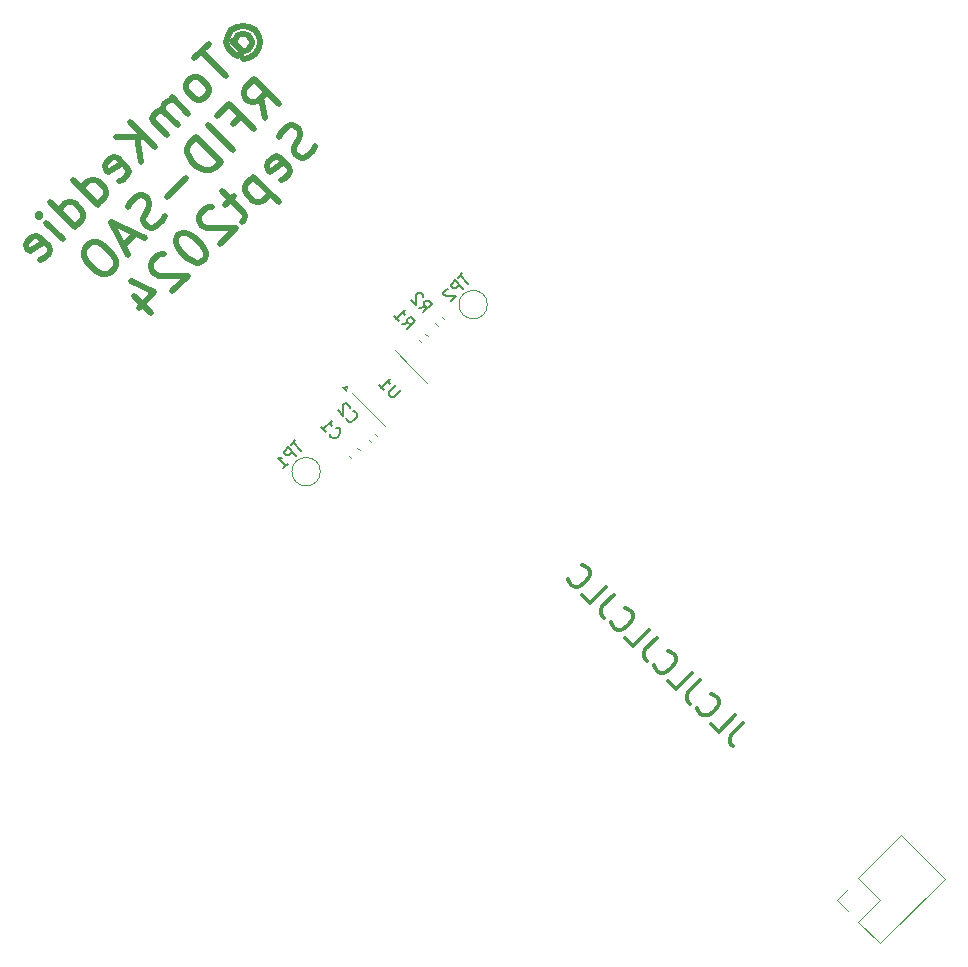
<source format=gbo>
G04 #@! TF.GenerationSoftware,KiCad,Pcbnew,8.0.4-1.fc40*
G04 #@! TF.CreationDate,2024-09-11T15:57:50-07:00*
G04 #@! TF.ProjectId,2024-rfid-sao,32303234-2d72-4666-9964-2d73616f2e6b,rev?*
G04 #@! TF.SameCoordinates,Original*
G04 #@! TF.FileFunction,Legend,Bot*
G04 #@! TF.FilePolarity,Positive*
%FSLAX46Y46*%
G04 Gerber Fmt 4.6, Leading zero omitted, Abs format (unit mm)*
G04 Created by KiCad (PCBNEW 8.0.4-1.fc40) date 2024-09-11 15:57:50*
%MOMM*%
%LPD*%
G01*
G04 APERTURE LIST*
%ADD10C,0.500000*%
%ADD11C,0.300000*%
%ADD12C,0.150000*%
%ADD13C,0.120000*%
G04 APERTURE END LIST*
D10*
X78228604Y-99417177D02*
X78228604Y-99215147D01*
X78228604Y-99215147D02*
X78329619Y-98912101D01*
X78329619Y-98912101D02*
X78531649Y-98710070D01*
X78531649Y-98710070D02*
X78834695Y-98609055D01*
X78834695Y-98609055D02*
X79036726Y-98609055D01*
X79036726Y-98609055D02*
X79339771Y-98710070D01*
X79339771Y-98710070D02*
X79541802Y-98912101D01*
X79541802Y-98912101D02*
X79642817Y-99215147D01*
X79642817Y-99215147D02*
X79642817Y-99417177D01*
X79642817Y-99417177D02*
X79541802Y-99720223D01*
X79541802Y-99720223D02*
X79339771Y-99922254D01*
X79339771Y-99922254D02*
X79036726Y-100023269D01*
X79036726Y-100023269D02*
X78834695Y-100023269D01*
X78026573Y-99215147D02*
X78834695Y-100023269D01*
X78834695Y-100023269D02*
X78834695Y-100225299D01*
X78834695Y-100225299D02*
X78733680Y-100326315D01*
X78733680Y-100326315D02*
X78430634Y-100427330D01*
X78430634Y-100427330D02*
X78127588Y-100326315D01*
X78127588Y-100326315D02*
X77622512Y-99821238D01*
X77622512Y-99821238D02*
X77521497Y-99316162D01*
X77521497Y-99316162D02*
X77622512Y-98811086D01*
X77622512Y-98811086D02*
X77925558Y-98306009D01*
X77925558Y-98306009D02*
X78430634Y-98002964D01*
X78430634Y-98002964D02*
X78935710Y-97901948D01*
X78935710Y-97901948D02*
X79440787Y-98002964D01*
X79440787Y-98002964D02*
X79945863Y-98306009D01*
X79945863Y-98306009D02*
X80248909Y-98811086D01*
X80248909Y-98811086D02*
X80349924Y-99316162D01*
X80349924Y-99316162D02*
X80248909Y-99821238D01*
X80248909Y-99821238D02*
X79945863Y-100326315D01*
X79945863Y-100326315D02*
X79440787Y-100629360D01*
X79440787Y-100629360D02*
X78935710Y-100730376D01*
X76006268Y-99417177D02*
X74794085Y-100629360D01*
X77521497Y-102144589D02*
X75400176Y-100023269D01*
X75905253Y-103760833D02*
X76006268Y-103457787D01*
X76006268Y-103457787D02*
X76006268Y-103255757D01*
X76006268Y-103255757D02*
X75905253Y-102952711D01*
X75905253Y-102952711D02*
X75299161Y-102346620D01*
X75299161Y-102346620D02*
X74996115Y-102245604D01*
X74996115Y-102245604D02*
X74794085Y-102245604D01*
X74794085Y-102245604D02*
X74491039Y-102346620D01*
X74491039Y-102346620D02*
X74187993Y-102649665D01*
X74187993Y-102649665D02*
X74086978Y-102952711D01*
X74086978Y-102952711D02*
X74086978Y-103154742D01*
X74086978Y-103154742D02*
X74187993Y-103457787D01*
X74187993Y-103457787D02*
X74794085Y-104063879D01*
X74794085Y-104063879D02*
X75097131Y-104164894D01*
X75097131Y-104164894D02*
X75299161Y-104164894D01*
X75299161Y-104164894D02*
X75602207Y-104063879D01*
X75602207Y-104063879D02*
X75905253Y-103760833D01*
X74289008Y-105377077D02*
X72874795Y-103962864D01*
X73076825Y-104164894D02*
X72874795Y-104164894D01*
X72874795Y-104164894D02*
X72571749Y-104265910D01*
X72571749Y-104265910D02*
X72268703Y-104568955D01*
X72268703Y-104568955D02*
X72167688Y-104872001D01*
X72167688Y-104872001D02*
X72268703Y-105175047D01*
X72268703Y-105175047D02*
X73379871Y-106286215D01*
X72268703Y-105175047D02*
X71965658Y-105074032D01*
X71965658Y-105074032D02*
X71662612Y-105175047D01*
X71662612Y-105175047D02*
X71359566Y-105478093D01*
X71359566Y-105478093D02*
X71258551Y-105781138D01*
X71258551Y-105781138D02*
X71359566Y-106084184D01*
X71359566Y-106084184D02*
X72470734Y-107195352D01*
X71460581Y-108205504D02*
X69339261Y-106084184D01*
X70248398Y-109417688D02*
X69945353Y-107296367D01*
X68127078Y-107296367D02*
X70551444Y-107296367D01*
X68430124Y-111033932D02*
X68733169Y-110932916D01*
X68733169Y-110932916D02*
X69137231Y-110528855D01*
X69137231Y-110528855D02*
X69238246Y-110225810D01*
X69238246Y-110225810D02*
X69137231Y-109922764D01*
X69137231Y-109922764D02*
X68329108Y-109114642D01*
X68329108Y-109114642D02*
X68026063Y-109013627D01*
X68026063Y-109013627D02*
X67723017Y-109114642D01*
X67723017Y-109114642D02*
X67318956Y-109518703D01*
X67318956Y-109518703D02*
X67217941Y-109821749D01*
X67217941Y-109821749D02*
X67318956Y-110124794D01*
X67318956Y-110124794D02*
X67520986Y-110326825D01*
X67520986Y-110326825D02*
X68733169Y-109518703D01*
X66611849Y-113054237D02*
X64490528Y-110932917D01*
X66510834Y-112953222D02*
X66813879Y-112852206D01*
X66813879Y-112852206D02*
X67217940Y-112448145D01*
X67217940Y-112448145D02*
X67318956Y-112145100D01*
X67318956Y-112145100D02*
X67318956Y-111943069D01*
X67318956Y-111943069D02*
X67217940Y-111640023D01*
X67217940Y-111640023D02*
X66611849Y-111033932D01*
X66611849Y-111033932D02*
X66308803Y-110932917D01*
X66308803Y-110932917D02*
X66106773Y-110932917D01*
X66106773Y-110932917D02*
X65803727Y-111033932D01*
X65803727Y-111033932D02*
X65399666Y-111437993D01*
X65399666Y-111437993D02*
X65298651Y-111741039D01*
X64692559Y-114973527D02*
X62571238Y-112852207D01*
X64591544Y-114872512D02*
X64894589Y-114771497D01*
X64894589Y-114771497D02*
X65298650Y-114367436D01*
X65298650Y-114367436D02*
X65399666Y-114064390D01*
X65399666Y-114064390D02*
X65399666Y-113862359D01*
X65399666Y-113862359D02*
X65298650Y-113559313D01*
X65298650Y-113559313D02*
X64692559Y-112953222D01*
X64692559Y-112953222D02*
X64389513Y-112852207D01*
X64389513Y-112852207D02*
X64187483Y-112852207D01*
X64187483Y-112852207D02*
X63884437Y-112953222D01*
X63884437Y-112953222D02*
X63480376Y-113357283D01*
X63480376Y-113357283D02*
X63379360Y-113660329D01*
X63682406Y-115983680D02*
X62268192Y-114569466D01*
X61561086Y-113862359D02*
X61763116Y-113862359D01*
X61763116Y-113862359D02*
X61763116Y-114064390D01*
X61763116Y-114064390D02*
X61561086Y-114064390D01*
X61561086Y-114064390D02*
X61561086Y-113862359D01*
X61561086Y-113862359D02*
X61763116Y-114064390D01*
X61763117Y-117700939D02*
X62066162Y-117599924D01*
X62066162Y-117599924D02*
X62470223Y-117195863D01*
X62470223Y-117195863D02*
X62571239Y-116892817D01*
X62571239Y-116892817D02*
X62470223Y-116589771D01*
X62470223Y-116589771D02*
X61662101Y-115781649D01*
X61662101Y-115781649D02*
X61359056Y-115680634D01*
X61359056Y-115680634D02*
X61056010Y-115781649D01*
X61056010Y-115781649D02*
X60651949Y-116185710D01*
X60651949Y-116185710D02*
X60550933Y-116488756D01*
X60550933Y-116488756D02*
X60651949Y-116791802D01*
X60651949Y-116791802D02*
X60853979Y-116993832D01*
X60853979Y-116993832D02*
X62066162Y-116185710D01*
X80785180Y-105711319D02*
X80482135Y-103994060D01*
X81997363Y-104499136D02*
X79876043Y-102377816D01*
X79876043Y-102377816D02*
X79067921Y-103185938D01*
X79067921Y-103185938D02*
X78966906Y-103488984D01*
X78966906Y-103488984D02*
X78966906Y-103691014D01*
X78966906Y-103691014D02*
X79067921Y-103994060D01*
X79067921Y-103994060D02*
X79370967Y-104297106D01*
X79370967Y-104297106D02*
X79674013Y-104398121D01*
X79674013Y-104398121D02*
X79876043Y-104398121D01*
X79876043Y-104398121D02*
X80179089Y-104297106D01*
X80179089Y-104297106D02*
X80987211Y-103488984D01*
X78057768Y-106216396D02*
X78764875Y-105509289D01*
X79876043Y-106620457D02*
X77754723Y-104499136D01*
X77754723Y-104499136D02*
X76744570Y-105509289D01*
X78057768Y-108438732D02*
X75936448Y-106317411D01*
X77047616Y-109448884D02*
X74926296Y-107327564D01*
X74926296Y-107327564D02*
X74421219Y-107832640D01*
X74421219Y-107832640D02*
X74219189Y-108236701D01*
X74219189Y-108236701D02*
X74219189Y-108640762D01*
X74219189Y-108640762D02*
X74320204Y-108943808D01*
X74320204Y-108943808D02*
X74623250Y-109448884D01*
X74623250Y-109448884D02*
X74926296Y-109751930D01*
X74926296Y-109751930D02*
X75431372Y-110054975D01*
X75431372Y-110054975D02*
X75734418Y-110155991D01*
X75734418Y-110155991D02*
X76138479Y-110155991D01*
X76138479Y-110155991D02*
X76542540Y-109953960D01*
X76542540Y-109953960D02*
X77047616Y-109448884D01*
X74118174Y-110762082D02*
X72501929Y-112378326D01*
X72299899Y-113994571D02*
X72097868Y-114398632D01*
X72097868Y-114398632D02*
X71592792Y-114903708D01*
X71592792Y-114903708D02*
X71289746Y-115004723D01*
X71289746Y-115004723D02*
X71087716Y-115004723D01*
X71087716Y-115004723D02*
X70784670Y-114903708D01*
X70784670Y-114903708D02*
X70582639Y-114701677D01*
X70582639Y-114701677D02*
X70481624Y-114398632D01*
X70481624Y-114398632D02*
X70481624Y-114196601D01*
X70481624Y-114196601D02*
X70582639Y-113893555D01*
X70582639Y-113893555D02*
X70885685Y-113388479D01*
X70885685Y-113388479D02*
X70986700Y-113085433D01*
X70986700Y-113085433D02*
X70986700Y-112883403D01*
X70986700Y-112883403D02*
X70885685Y-112580357D01*
X70885685Y-112580357D02*
X70683655Y-112378326D01*
X70683655Y-112378326D02*
X70380609Y-112277311D01*
X70380609Y-112277311D02*
X70178578Y-112277311D01*
X70178578Y-112277311D02*
X69875533Y-112378326D01*
X69875533Y-112378326D02*
X69370456Y-112883403D01*
X69370456Y-112883403D02*
X69168426Y-113287464D01*
X69774517Y-115509799D02*
X68764365Y-116519952D01*
X70582639Y-115913861D02*
X67754212Y-114499647D01*
X67754212Y-114499647D02*
X69168426Y-117328074D01*
X65935937Y-116317922D02*
X65531876Y-116721983D01*
X65531876Y-116721983D02*
X65430861Y-117025029D01*
X65430861Y-117025029D02*
X65430861Y-117429090D01*
X65430861Y-117429090D02*
X65733907Y-117934166D01*
X65733907Y-117934166D02*
X66441014Y-118641273D01*
X66441014Y-118641273D02*
X66946090Y-118944318D01*
X66946090Y-118944318D02*
X67350151Y-118944318D01*
X67350151Y-118944318D02*
X67653197Y-118843303D01*
X67653197Y-118843303D02*
X68057258Y-118439242D01*
X68057258Y-118439242D02*
X68158273Y-118136196D01*
X68158273Y-118136196D02*
X68158273Y-117732135D01*
X68158273Y-117732135D02*
X67855227Y-117227059D01*
X67855227Y-117227059D02*
X67148120Y-116519952D01*
X67148120Y-116519952D02*
X66643044Y-116216907D01*
X66643044Y-116216907D02*
X66238983Y-116216907D01*
X66238983Y-116216907D02*
X65935937Y-116317922D01*
X85059018Y-108065866D02*
X84856987Y-108469927D01*
X84856987Y-108469927D02*
X84351911Y-108975003D01*
X84351911Y-108975003D02*
X84048865Y-109076018D01*
X84048865Y-109076018D02*
X83846835Y-109076018D01*
X83846835Y-109076018D02*
X83543789Y-108975003D01*
X83543789Y-108975003D02*
X83341758Y-108772972D01*
X83341758Y-108772972D02*
X83240743Y-108469927D01*
X83240743Y-108469927D02*
X83240743Y-108267896D01*
X83240743Y-108267896D02*
X83341758Y-107964850D01*
X83341758Y-107964850D02*
X83644804Y-107459774D01*
X83644804Y-107459774D02*
X83745819Y-107156728D01*
X83745819Y-107156728D02*
X83745819Y-106954698D01*
X83745819Y-106954698D02*
X83644804Y-106651652D01*
X83644804Y-106651652D02*
X83442774Y-106449622D01*
X83442774Y-106449622D02*
X83139728Y-106348606D01*
X83139728Y-106348606D02*
X82937697Y-106348606D01*
X82937697Y-106348606D02*
X82634652Y-106449622D01*
X82634652Y-106449622D02*
X82129575Y-106954698D01*
X82129575Y-106954698D02*
X81927545Y-107358759D01*
X82129575Y-110995308D02*
X82432621Y-110894293D01*
X82432621Y-110894293D02*
X82836682Y-110490232D01*
X82836682Y-110490232D02*
X82937697Y-110187186D01*
X82937697Y-110187186D02*
X82836682Y-109884140D01*
X82836682Y-109884140D02*
X82028560Y-109076018D01*
X82028560Y-109076018D02*
X81725514Y-108975003D01*
X81725514Y-108975003D02*
X81422468Y-109076018D01*
X81422468Y-109076018D02*
X81018407Y-109480079D01*
X81018407Y-109480079D02*
X80917392Y-109783125D01*
X80917392Y-109783125D02*
X81018407Y-110086171D01*
X81018407Y-110086171D02*
X81220438Y-110288201D01*
X81220438Y-110288201D02*
X82432621Y-109480079D01*
X79806224Y-110692263D02*
X81927544Y-112813583D01*
X79907239Y-110793278D02*
X79604194Y-110894293D01*
X79604194Y-110894293D02*
X79200133Y-111298354D01*
X79200133Y-111298354D02*
X79099117Y-111601400D01*
X79099117Y-111601400D02*
X79099117Y-111803430D01*
X79099117Y-111803430D02*
X79200133Y-112106476D01*
X79200133Y-112106476D02*
X79806224Y-112712568D01*
X79806224Y-112712568D02*
X80109270Y-112813583D01*
X80109270Y-112813583D02*
X80311300Y-112813583D01*
X80311300Y-112813583D02*
X80614346Y-112712568D01*
X80614346Y-112712568D02*
X81018407Y-112308507D01*
X81018407Y-112308507D02*
X81119422Y-112005461D01*
X78189980Y-112308507D02*
X77381858Y-113116629D01*
X77179827Y-111904446D02*
X78998102Y-113722720D01*
X78998102Y-113722720D02*
X79099117Y-114025766D01*
X79099117Y-114025766D02*
X78998102Y-114328812D01*
X78998102Y-114328812D02*
X78796071Y-114530843D01*
X76270690Y-113217644D02*
X76068659Y-113217644D01*
X76068659Y-113217644D02*
X75765613Y-113318660D01*
X75765613Y-113318660D02*
X75260537Y-113823736D01*
X75260537Y-113823736D02*
X75159522Y-114126782D01*
X75159522Y-114126782D02*
X75159522Y-114328812D01*
X75159522Y-114328812D02*
X75260537Y-114631858D01*
X75260537Y-114631858D02*
X75462568Y-114833888D01*
X75462568Y-114833888D02*
X75866629Y-115035919D01*
X75866629Y-115035919D02*
X78290995Y-115035919D01*
X78290995Y-115035919D02*
X76977797Y-116349117D01*
X73543278Y-115540995D02*
X73341247Y-115743026D01*
X73341247Y-115743026D02*
X73240232Y-116046072D01*
X73240232Y-116046072D02*
X73240232Y-116248102D01*
X73240232Y-116248102D02*
X73341247Y-116551148D01*
X73341247Y-116551148D02*
X73644293Y-117056224D01*
X73644293Y-117056224D02*
X74149369Y-117561300D01*
X74149369Y-117561300D02*
X74654446Y-117864346D01*
X74654446Y-117864346D02*
X74957491Y-117965361D01*
X74957491Y-117965361D02*
X75159522Y-117965361D01*
X75159522Y-117965361D02*
X75462568Y-117864346D01*
X75462568Y-117864346D02*
X75664598Y-117662316D01*
X75664598Y-117662316D02*
X75765613Y-117359270D01*
X75765613Y-117359270D02*
X75765613Y-117157239D01*
X75765613Y-117157239D02*
X75664598Y-116854194D01*
X75664598Y-116854194D02*
X75361552Y-116349117D01*
X75361552Y-116349117D02*
X74856476Y-115844041D01*
X74856476Y-115844041D02*
X74351400Y-115540995D01*
X74351400Y-115540995D02*
X74048354Y-115439980D01*
X74048354Y-115439980D02*
X73846324Y-115439980D01*
X73846324Y-115439980D02*
X73543278Y-115540995D01*
X72230079Y-117258255D02*
X72028049Y-117258255D01*
X72028049Y-117258255D02*
X71725003Y-117359270D01*
X71725003Y-117359270D02*
X71219927Y-117864346D01*
X71219927Y-117864346D02*
X71118912Y-118167392D01*
X71118912Y-118167392D02*
X71118912Y-118369423D01*
X71118912Y-118369423D02*
X71219927Y-118672468D01*
X71219927Y-118672468D02*
X71421957Y-118874499D01*
X71421957Y-118874499D02*
X71826018Y-119076529D01*
X71826018Y-119076529D02*
X74250384Y-119076529D01*
X74250384Y-119076529D02*
X72937186Y-120389728D01*
X69704698Y-120793789D02*
X71118911Y-122208002D01*
X69401652Y-119480590D02*
X71421957Y-120490743D01*
X71421957Y-120490743D02*
X70108759Y-121803941D01*
D11*
X121268682Y-156976677D02*
X120258529Y-157986830D01*
X120258529Y-157986830D02*
X120123842Y-158256204D01*
X120123842Y-158256204D02*
X120123842Y-158525578D01*
X120123842Y-158525578D02*
X120258529Y-158794952D01*
X120258529Y-158794952D02*
X120393216Y-158929639D01*
X118507598Y-157044020D02*
X119181033Y-157717455D01*
X119181033Y-157717455D02*
X120595246Y-156303242D01*
X117362758Y-155629807D02*
X117362758Y-155764494D01*
X117362758Y-155764494D02*
X117497445Y-156033868D01*
X117497445Y-156033868D02*
X117632132Y-156168555D01*
X117632132Y-156168555D02*
X117901506Y-156303242D01*
X117901506Y-156303242D02*
X118170880Y-156303242D01*
X118170880Y-156303242D02*
X118372911Y-156235898D01*
X118372911Y-156235898D02*
X118709628Y-156033868D01*
X118709628Y-156033868D02*
X118911659Y-155831837D01*
X118911659Y-155831837D02*
X119113689Y-155495120D01*
X119113689Y-155495120D02*
X119181033Y-155293089D01*
X119181033Y-155293089D02*
X119181033Y-155023715D01*
X119181033Y-155023715D02*
X119046346Y-154754341D01*
X119046346Y-154754341D02*
X118911659Y-154619654D01*
X118911659Y-154619654D02*
X118642285Y-154484967D01*
X118642285Y-154484967D02*
X118507598Y-154484967D01*
X117632132Y-153340127D02*
X116621979Y-154350280D01*
X116621979Y-154350280D02*
X116487292Y-154619654D01*
X116487292Y-154619654D02*
X116487292Y-154889028D01*
X116487292Y-154889028D02*
X116621979Y-155158402D01*
X116621979Y-155158402D02*
X116756666Y-155293089D01*
X114871048Y-153407471D02*
X115544483Y-154080906D01*
X115544483Y-154080906D02*
X116958697Y-152666692D01*
X113726208Y-151993257D02*
X113726208Y-152127944D01*
X113726208Y-152127944D02*
X113860895Y-152397318D01*
X113860895Y-152397318D02*
X113995582Y-152532005D01*
X113995582Y-152532005D02*
X114264956Y-152666692D01*
X114264956Y-152666692D02*
X114534330Y-152666692D01*
X114534330Y-152666692D02*
X114736361Y-152599348D01*
X114736361Y-152599348D02*
X115073078Y-152397318D01*
X115073078Y-152397318D02*
X115275109Y-152195287D01*
X115275109Y-152195287D02*
X115477139Y-151858570D01*
X115477139Y-151858570D02*
X115544483Y-151656539D01*
X115544483Y-151656539D02*
X115544483Y-151387165D01*
X115544483Y-151387165D02*
X115409796Y-151117791D01*
X115409796Y-151117791D02*
X115275109Y-150983104D01*
X115275109Y-150983104D02*
X115005735Y-150848417D01*
X115005735Y-150848417D02*
X114871048Y-150848417D01*
X113995582Y-149703578D02*
X112985430Y-150713730D01*
X112985430Y-150713730D02*
X112850743Y-150983104D01*
X112850743Y-150983104D02*
X112850743Y-151252478D01*
X112850743Y-151252478D02*
X112985430Y-151521852D01*
X112985430Y-151521852D02*
X113120117Y-151656539D01*
X111234498Y-149770921D02*
X111907933Y-150444356D01*
X111907933Y-150444356D02*
X113322147Y-149030142D01*
X110089658Y-148356707D02*
X110089658Y-148491394D01*
X110089658Y-148491394D02*
X110224345Y-148760768D01*
X110224345Y-148760768D02*
X110359032Y-148895455D01*
X110359032Y-148895455D02*
X110628407Y-149030142D01*
X110628407Y-149030142D02*
X110897781Y-149030142D01*
X110897781Y-149030142D02*
X111099811Y-148962799D01*
X111099811Y-148962799D02*
X111436529Y-148760768D01*
X111436529Y-148760768D02*
X111638559Y-148558738D01*
X111638559Y-148558738D02*
X111840590Y-148222020D01*
X111840590Y-148222020D02*
X111907933Y-148019989D01*
X111907933Y-148019989D02*
X111907933Y-147750615D01*
X111907933Y-147750615D02*
X111773246Y-147481241D01*
X111773246Y-147481241D02*
X111638559Y-147346554D01*
X111638559Y-147346554D02*
X111369185Y-147211867D01*
X111369185Y-147211867D02*
X111234498Y-147211867D01*
X110359032Y-146067028D02*
X109348880Y-147077180D01*
X109348880Y-147077180D02*
X109214193Y-147346554D01*
X109214193Y-147346554D02*
X109214193Y-147615928D01*
X109214193Y-147615928D02*
X109348880Y-147885302D01*
X109348880Y-147885302D02*
X109483567Y-148019989D01*
X107597949Y-146134371D02*
X108271384Y-146807806D01*
X108271384Y-146807806D02*
X109685597Y-145393593D01*
X106453109Y-144720157D02*
X106453109Y-144854844D01*
X106453109Y-144854844D02*
X106587796Y-145124218D01*
X106587796Y-145124218D02*
X106722483Y-145258905D01*
X106722483Y-145258905D02*
X106991857Y-145393592D01*
X106991857Y-145393592D02*
X107261231Y-145393592D01*
X107261231Y-145393592D02*
X107463261Y-145326249D01*
X107463261Y-145326249D02*
X107799979Y-145124218D01*
X107799979Y-145124218D02*
X108002009Y-144922188D01*
X108002009Y-144922188D02*
X108204040Y-144585470D01*
X108204040Y-144585470D02*
X108271383Y-144383440D01*
X108271383Y-144383440D02*
X108271383Y-144114066D01*
X108271383Y-144114066D02*
X108136696Y-143844692D01*
X108136696Y-143844692D02*
X108002009Y-143710005D01*
X108002009Y-143710005D02*
X107732635Y-143575318D01*
X107732635Y-143575318D02*
X107597948Y-143575318D01*
D12*
X92262191Y-128741188D02*
X91689771Y-129313608D01*
X91689771Y-129313608D02*
X91588756Y-129347280D01*
X91588756Y-129347280D02*
X91521412Y-129347280D01*
X91521412Y-129347280D02*
X91420397Y-129313608D01*
X91420397Y-129313608D02*
X91285710Y-129178921D01*
X91285710Y-129178921D02*
X91252038Y-129077906D01*
X91252038Y-129077906D02*
X91252038Y-129010562D01*
X91252038Y-129010562D02*
X91285710Y-128909547D01*
X91285710Y-128909547D02*
X91858130Y-128337127D01*
X90443916Y-128337127D02*
X90847977Y-128741188D01*
X90645947Y-128539158D02*
X91353053Y-127832051D01*
X91353053Y-127832051D02*
X91319382Y-128000410D01*
X91319382Y-128000410D02*
X91319382Y-128135097D01*
X91319382Y-128135097D02*
X91353053Y-128236112D01*
X97503011Y-118826272D02*
X97098950Y-119230333D01*
X98008087Y-119735409D02*
X97300980Y-119028302D01*
X97570354Y-120173142D02*
X96863247Y-119466035D01*
X96863247Y-119466035D02*
X96593873Y-119735409D01*
X96593873Y-119735409D02*
X96560202Y-119836425D01*
X96560202Y-119836425D02*
X96560202Y-119903768D01*
X96560202Y-119903768D02*
X96593873Y-120004783D01*
X96593873Y-120004783D02*
X96694889Y-120105799D01*
X96694889Y-120105799D02*
X96795904Y-120139470D01*
X96795904Y-120139470D02*
X96863247Y-120139470D01*
X96863247Y-120139470D02*
X96964263Y-120105799D01*
X96964263Y-120105799D02*
X97233637Y-119836425D01*
X96257156Y-120206814D02*
X96189812Y-120206814D01*
X96189812Y-120206814D02*
X96088797Y-120240486D01*
X96088797Y-120240486D02*
X95920438Y-120408844D01*
X95920438Y-120408844D02*
X95886767Y-120509860D01*
X95886767Y-120509860D02*
X95886767Y-120577203D01*
X95886767Y-120577203D02*
X95920438Y-120678218D01*
X95920438Y-120678218D02*
X95987782Y-120745562D01*
X95987782Y-120745562D02*
X96122469Y-120812905D01*
X96122469Y-120812905D02*
X96930591Y-120812905D01*
X96930591Y-120812905D02*
X96492858Y-121250638D01*
X87665996Y-131081375D02*
X87665996Y-131148719D01*
X87665996Y-131148719D02*
X87733340Y-131283406D01*
X87733340Y-131283406D02*
X87800683Y-131350749D01*
X87800683Y-131350749D02*
X87935370Y-131418093D01*
X87935370Y-131418093D02*
X88070057Y-131418093D01*
X88070057Y-131418093D02*
X88171072Y-131384421D01*
X88171072Y-131384421D02*
X88339431Y-131283406D01*
X88339431Y-131283406D02*
X88440446Y-131182391D01*
X88440446Y-131182391D02*
X88541462Y-131014032D01*
X88541462Y-131014032D02*
X88575133Y-130913017D01*
X88575133Y-130913017D02*
X88575133Y-130778330D01*
X88575133Y-130778330D02*
X88507790Y-130643643D01*
X88507790Y-130643643D02*
X88440446Y-130576299D01*
X88440446Y-130576299D02*
X88305759Y-130508956D01*
X88305759Y-130508956D02*
X88238416Y-130508956D01*
X87969042Y-130239582D02*
X87969042Y-130172238D01*
X87969042Y-130172238D02*
X87935370Y-130071223D01*
X87935370Y-130071223D02*
X87767011Y-129902864D01*
X87767011Y-129902864D02*
X87665996Y-129869192D01*
X87665996Y-129869192D02*
X87598653Y-129869192D01*
X87598653Y-129869192D02*
X87497637Y-129902864D01*
X87497637Y-129902864D02*
X87430294Y-129970208D01*
X87430294Y-129970208D02*
X87362950Y-130104895D01*
X87362950Y-130104895D02*
X87362950Y-130913017D01*
X87362950Y-130913017D02*
X86925218Y-130475284D01*
X83360875Y-132968408D02*
X82956814Y-133372469D01*
X83865951Y-133877545D02*
X83158844Y-133170438D01*
X83428218Y-134315278D02*
X82721111Y-133608171D01*
X82721111Y-133608171D02*
X82451737Y-133877545D01*
X82451737Y-133877545D02*
X82418066Y-133978561D01*
X82418066Y-133978561D02*
X82418066Y-134045904D01*
X82418066Y-134045904D02*
X82451737Y-134146919D01*
X82451737Y-134146919D02*
X82552753Y-134247935D01*
X82552753Y-134247935D02*
X82653768Y-134281606D01*
X82653768Y-134281606D02*
X82721111Y-134281606D01*
X82721111Y-134281606D02*
X82822127Y-134247935D01*
X82822127Y-134247935D02*
X83091501Y-133978561D01*
X82350722Y-135392774D02*
X82754783Y-134988713D01*
X82552753Y-135190744D02*
X81845646Y-134483637D01*
X81845646Y-134483637D02*
X82014005Y-134517309D01*
X82014005Y-134517309D02*
X82148692Y-134517309D01*
X82148692Y-134517309D02*
X82249707Y-134483637D01*
X92371624Y-123193767D02*
X92944043Y-123092752D01*
X92775685Y-123597828D02*
X93482791Y-122890721D01*
X93482791Y-122890721D02*
X93213417Y-122621347D01*
X93213417Y-122621347D02*
X93112402Y-122587675D01*
X93112402Y-122587675D02*
X93045059Y-122587675D01*
X93045059Y-122587675D02*
X92944043Y-122621347D01*
X92944043Y-122621347D02*
X92843028Y-122722362D01*
X92843028Y-122722362D02*
X92809356Y-122823378D01*
X92809356Y-122823378D02*
X92809356Y-122890721D01*
X92809356Y-122890721D02*
X92843028Y-122991736D01*
X92843028Y-122991736D02*
X93112402Y-123261110D01*
X91698189Y-122520332D02*
X92102250Y-122924393D01*
X91900219Y-122722362D02*
X92607326Y-122015256D01*
X92607326Y-122015256D02*
X92573654Y-122183614D01*
X92573654Y-122183614D02*
X92573654Y-122318301D01*
X92573654Y-122318301D02*
X92607326Y-122419317D01*
X93785838Y-121779554D02*
X94358257Y-121678539D01*
X94189899Y-122183615D02*
X94897005Y-121476508D01*
X94897005Y-121476508D02*
X94627631Y-121207134D01*
X94627631Y-121207134D02*
X94526616Y-121173462D01*
X94526616Y-121173462D02*
X94459273Y-121173462D01*
X94459273Y-121173462D02*
X94358257Y-121207134D01*
X94358257Y-121207134D02*
X94257242Y-121308149D01*
X94257242Y-121308149D02*
X94223570Y-121409165D01*
X94223570Y-121409165D02*
X94223570Y-121476508D01*
X94223570Y-121476508D02*
X94257242Y-121577523D01*
X94257242Y-121577523D02*
X94526616Y-121846897D01*
X94156227Y-120870417D02*
X94156227Y-120803073D01*
X94156227Y-120803073D02*
X94122555Y-120702058D01*
X94122555Y-120702058D02*
X93954196Y-120533699D01*
X93954196Y-120533699D02*
X93853181Y-120500027D01*
X93853181Y-120500027D02*
X93785838Y-120500027D01*
X93785838Y-120500027D02*
X93684822Y-120533699D01*
X93684822Y-120533699D02*
X93617479Y-120601043D01*
X93617479Y-120601043D02*
X93550135Y-120735730D01*
X93550135Y-120735730D02*
X93550135Y-121543852D01*
X93550135Y-121543852D02*
X93112403Y-121106119D01*
X86251783Y-132495588D02*
X86251783Y-132562932D01*
X86251783Y-132562932D02*
X86319127Y-132697619D01*
X86319127Y-132697619D02*
X86386470Y-132764962D01*
X86386470Y-132764962D02*
X86521157Y-132832306D01*
X86521157Y-132832306D02*
X86655844Y-132832306D01*
X86655844Y-132832306D02*
X86756859Y-132798634D01*
X86756859Y-132798634D02*
X86925218Y-132697619D01*
X86925218Y-132697619D02*
X87026233Y-132596604D01*
X87026233Y-132596604D02*
X87127249Y-132428245D01*
X87127249Y-132428245D02*
X87160920Y-132327230D01*
X87160920Y-132327230D02*
X87160920Y-132192543D01*
X87160920Y-132192543D02*
X87093577Y-132057856D01*
X87093577Y-132057856D02*
X87026233Y-131990512D01*
X87026233Y-131990512D02*
X86891546Y-131923169D01*
X86891546Y-131923169D02*
X86824203Y-131923169D01*
X85511005Y-131889497D02*
X85915066Y-132293558D01*
X85713035Y-132091527D02*
X86420142Y-131384421D01*
X86420142Y-131384421D02*
X86386470Y-131552779D01*
X86386470Y-131552779D02*
X86386470Y-131687466D01*
X86386470Y-131687466D02*
X86420142Y-131788482D01*
D13*
G04 #@! TO.C,U1*
X88148890Y-129019277D02*
X89527749Y-130398135D01*
X90906607Y-131776994D02*
X89527749Y-130398135D01*
X91769277Y-125398890D02*
X93148135Y-126777749D01*
X94526994Y-128156607D02*
X93148135Y-126777749D01*
X87622096Y-128824823D02*
X87282685Y-128485412D01*
X87685735Y-128421772D01*
X87622096Y-128824823D01*
G36*
X87622096Y-128824823D02*
G01*
X87282685Y-128485412D01*
X87685735Y-128421772D01*
X87622096Y-128824823D01*
G37*
G04 #@! TO.C,TP2*
X99609010Y-121516874D02*
G75*
G02*
X97209010Y-121516874I-1200000J0D01*
G01*
X97209010Y-121516874D02*
G75*
G02*
X99609010Y-121516874I1200000J0D01*
G01*
G04 #@! TO.C,C2*
X89592918Y-133008890D02*
X89745421Y-133161393D01*
X90102035Y-132499773D02*
X90254538Y-132652276D01*
G04 #@! TO.C,X1*
X129189368Y-171912375D02*
X130129820Y-170971923D01*
X130129820Y-172852827D02*
X129189368Y-171912375D01*
X131027846Y-173750852D02*
X132866323Y-171912375D01*
X132866323Y-171912375D02*
X131027846Y-170073897D01*
X132866323Y-175589330D02*
X131027846Y-173750852D01*
X134662375Y-166439368D02*
X131027846Y-170073897D01*
X138339330Y-170116323D02*
X132866323Y-175589330D01*
X138339330Y-170116323D02*
X134662375Y-166439368D01*
G04 #@! TO.C,TP1*
X85466874Y-135659010D02*
G75*
G02*
X83066874Y-135659010I-1200000J0D01*
G01*
X83066874Y-135659010D02*
G75*
G02*
X85466874Y-135659010I1200000J0D01*
G01*
G04 #@! TO.C,R1*
X94006309Y-124722642D02*
X93789028Y-124505361D01*
X94543710Y-124185241D02*
X94326429Y-123967960D01*
G04 #@! TO.C,R2*
X95420523Y-123308429D02*
X95203242Y-123091148D01*
X95957924Y-122771028D02*
X95740643Y-122553747D01*
G04 #@! TO.C,C1*
X87890386Y-134346916D02*
X88089197Y-134545727D01*
X88611635Y-133625667D02*
X88810446Y-133824478D01*
G04 #@! TD*
M02*

</source>
